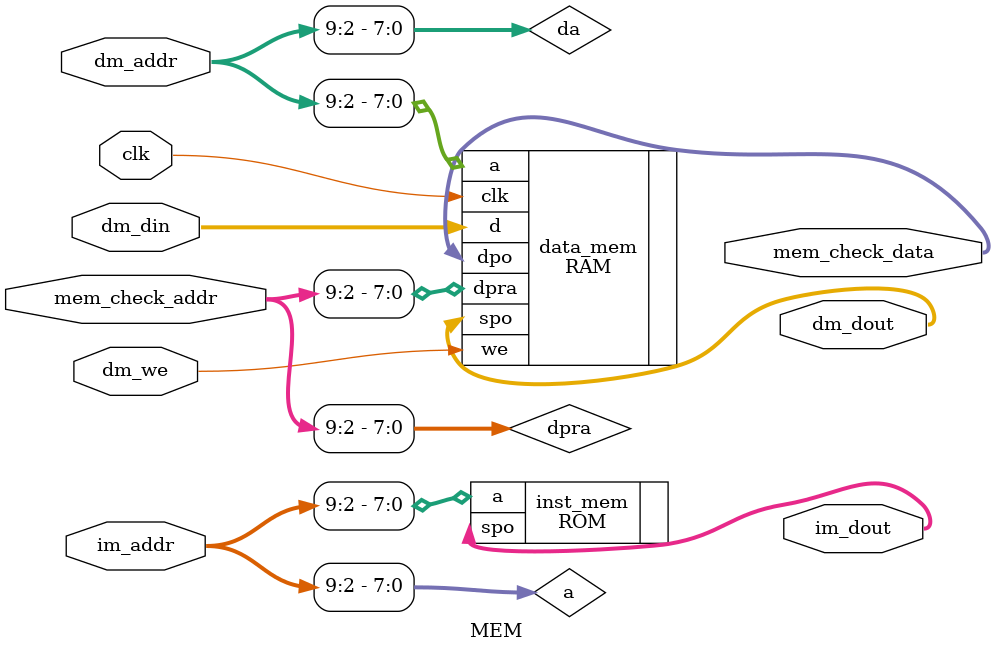
<source format=v>
module MEM(
    input clk,

    // MEM Data BUS with CPU
	// IM port
    input [31:0] im_addr,
    output [31:0] im_dout,
	
	// DM port
    input  [31:0] dm_addr,
    input dm_we,
    input  [31:0] dm_din,
    output [31:0] dm_dout,

    // MEM Debug BUS
    input [31:0] mem_check_addr,
    output [31:0] mem_check_data
);
   
   // TODO: Your IP here.
   // Remember that we need [9:2]?
    wire [7:0] dpra;
    wire [7:0] a;
    wire [7:0] da;
    assign da = dm_addr[9:2];
    assign dpra = mem_check_addr[9:2];
    assign a = im_addr[9:2];

    RAM data_mem(
        .a(da),
        .d(dm_din),
        .dpra(dpra),
        .we(dm_we),
        .clk(clk),
        .spo(dm_dout),
        .dpo(mem_check_data)
    );

    ROM inst_mem(
        .a(a),
        .spo(im_dout)
    );

endmodule
</source>
